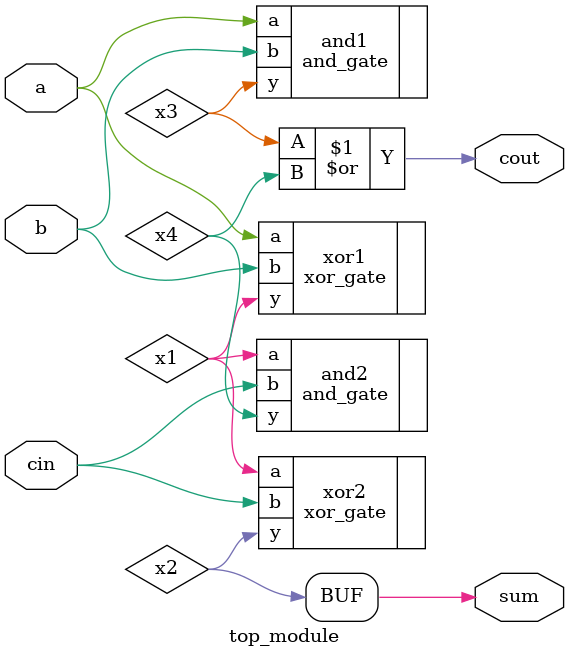
<source format=sv>
module top_module (
	input a,
	input b,
	input cin,
	output cout,
	output sum
);

	// Define intermediate signals
	wire x1, x2, x3, x4;

	// Create instantiations of XOR and AND gates
	xor_gate xor1 (.a(a), .b(b), .y(x1));
	xor_gate xor2 (.a(x1), .b(cin), .y(x2));
	and_gate and1 (.a(a), .b(b), .y(x3));
	and_gate and2 (.a(x1), .b(cin), .y(x4));

	// Create sum and carry_out signals
	assign sum = x2;
	assign cout = x3 | x4;

endmodule

</source>
